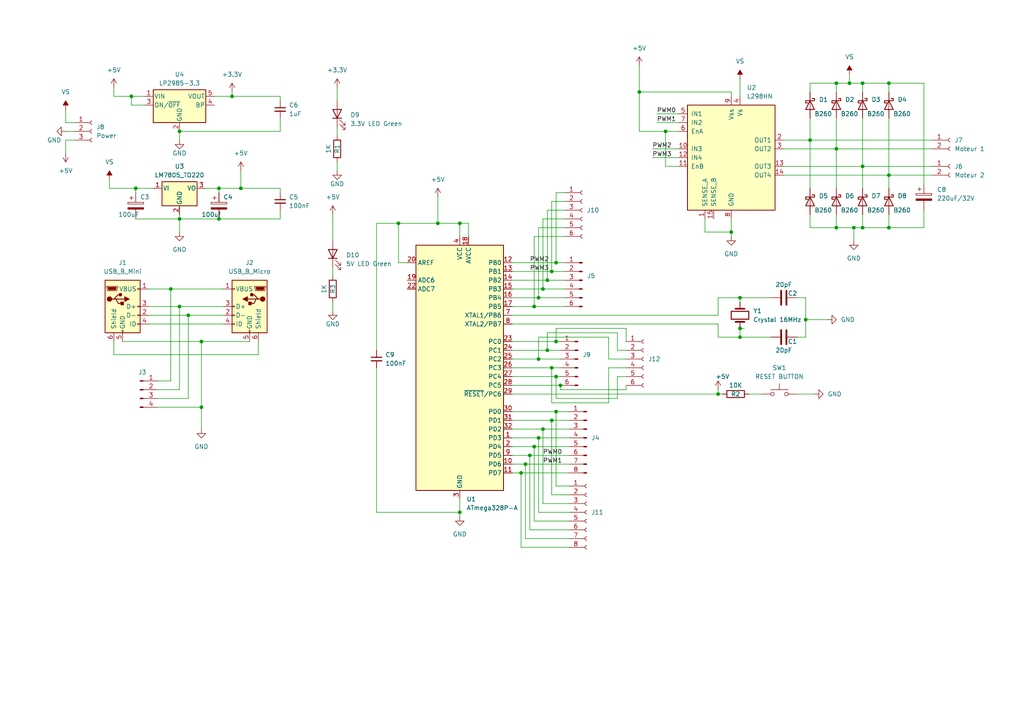
<source format=kicad_sch>
(kicad_sch (version 20230121) (generator eeschema)
  (paper "A4")
  (lib_symbols
    (symbol "Connector:Conn_01x02_Socket" (pin_names (offset 1.016) hide)
      (property "Reference" "J" (at 0 2.54 0))
      (property "Value" "Conn_01x02_Socket" (at 0 -5.08 0))
      (symbol "Conn_01x02_Socket_1_1"
        (pin passive line (at -5.08 0 0) (length 3.81) (name "Pin_1") (number "1"))
        (pin passive line (at -5.08 -2.54 0) (length 3.81) (name "Pin_2") (number "2"))
      )
    )
    (symbol "Connector:Conn_01x03_Socket" (pin_names (offset 1.016) hide)
      (property "Reference" "J" (at 0 5.08 0))
      (property "Value" "Conn_01x03_Socket" (at 0 -5.08 0))
      (symbol "Conn_01x03_Socket_1_1"
        (pin passive line (at -5.08 2.54 0) (length 3.81) (name "Pin_1") (number "1"))
        (pin passive line (at -5.08 0 0) (length 3.81) (name "Pin_2") (number "2"))
        (pin passive line (at -5.08 -2.54 0) (length 3.81) (name "Pin_3") (number "3"))
      )
    )
    (symbol "Connector:Conn_01x04_Pin" (pin_names (offset 1.016) hide)
      (property "Reference" "J" (at 0 5.08 0))
      (property "Value" "Conn_01x04_Pin" (at 0 -7.62 0))
      (symbol "Conn_01x04_Pin_1_1"
        (pin passive line (at 5.08 2.54 180) (length 3.81) (name "Pin_1") (number "1"))
        (pin passive line (at 5.08 0 180) (length 3.81) (name "Pin_2") (number "2"))
        (pin passive line (at 5.08 -2.54 180) (length 3.81) (name "Pin_3") (number "3"))
        (pin passive line (at 5.08 -5.08 180) (length 3.81) (name "Pin_4") (number "4"))
      )
    )
    (symbol "Connector:Conn_01x06_Pin" (pin_names (offset 1.016) hide)
      (property "Reference" "J" (at 0 7.62 0))
      (property "Value" "Conn_01x06_Pin" (at 0 -10.16 0))
      (symbol "Conn_01x06_Pin_1_1"
        (pin passive line (at 5.08 5.08 180) (length 3.81) (name "Pin_1") (number "1"))
        (pin passive line (at 5.08 2.54 180) (length 3.81) (name "Pin_2") (number "2"))
        (pin passive line (at 5.08 0 180) (length 3.81) (name "Pin_3") (number "3"))
        (pin passive line (at 5.08 -2.54 180) (length 3.81) (name "Pin_4") (number "4"))
        (pin passive line (at 5.08 -5.08 180) (length 3.81) (name "Pin_5") (number "5"))
        (pin passive line (at 5.08 -7.62 180) (length 3.81) (name "Pin_6") (number "6"))
      )
    )
    (symbol "Connector:Conn_01x06_Socket" (pin_names (offset 1.016) hide)
      (property "Reference" "J" (at 0 7.62 0))
      (property "Value" "Conn_01x06_Socket" (at 0 -10.16 0))
      (symbol "Conn_01x06_Socket_1_1"
        (pin passive line (at -5.08 5.08 0) (length 3.81) (name "Pin_1") (number "1"))
        (pin passive line (at -5.08 2.54 0) (length 3.81) (name "Pin_2") (number "2"))
        (pin passive line (at -5.08 0 0) (length 3.81) (name "Pin_3") (number "3"))
        (pin passive line (at -5.08 -2.54 0) (length 3.81) (name "Pin_4") (number "4"))
        (pin passive line (at -5.08 -5.08 0) (length 3.81) (name "Pin_5") (number "5"))
        (pin passive line (at -5.08 -7.62 0) (length 3.81) (name "Pin_6") (number "6"))
      )
    )
    (symbol "Connector:Conn_01x08_Pin" (pin_names (offset 1.016) hide)
      (property "Reference" "J" (at 0 10.16 0))
      (property "Value" "Conn_01x08_Pin" (at 0 -12.7 0))
      (symbol "Conn_01x08_Pin_1_1"
        (pin passive line (at 5.08 7.62 180) (length 3.81) (name "Pin_1") (number "1"))
        (pin passive line (at 5.08 5.08 180) (length 3.81) (name "Pin_2") (number "2"))
        (pin passive line (at 5.08 2.54 180) (length 3.81) (name "Pin_3") (number "3"))
        (pin passive line (at 5.08 0 180) (length 3.81) (name "Pin_4") (number "4"))
        (pin passive line (at 5.08 -2.54 180) (length 3.81) (name "Pin_5") (number "5"))
        (pin passive line (at 5.08 -5.08 180) (length 3.81) (name "Pin_6") (number "6"))
        (pin passive line (at 5.08 -7.62 180) (length 3.81) (name "Pin_7") (number "7"))
        (pin passive line (at 5.08 -10.16 180) (length 3.81) (name "Pin_8") (number "8"))
      )
    )
    (symbol "Connector:Conn_01x08_Socket" (pin_names (offset 1.016) hide)
      (property "Reference" "J" (at 0 10.16 0))
      (property "Value" "Conn_01x08_Socket" (at 0 -12.7 0))
      (symbol "Conn_01x08_Socket_1_1"
        (pin passive line (at -5.08 7.62 0) (length 3.81) (name "Pin_1") (number "1"))
        (pin passive line (at -5.08 5.08 0) (length 3.81) (name "Pin_2") (number "2"))
        (pin passive line (at -5.08 2.54 0) (length 3.81) (name "Pin_3") (number "3"))
        (pin passive line (at -5.08 0 0) (length 3.81) (name "Pin_4") (number "4"))
        (pin passive line (at -5.08 -2.54 0) (length 3.81) (name "Pin_5") (number "5"))
        (pin passive line (at -5.08 -5.08 0) (length 3.81) (name "Pin_6") (number "6"))
        (pin passive line (at -5.08 -7.62 0) (length 3.81) (name "Pin_7") (number "7"))
        (pin passive line (at -5.08 -10.16 0) (length 3.81) (name "Pin_8") (number "8"))
      )
    )
    (symbol "Connector:USB_B_Micro" (pin_names (offset 1.016))
      (property "Reference" "J" (at -5.08 11.43 0))
      (property "Value" "USB_B_Micro" (at -5.08 8.89 0))
      (symbol "USB_B_Micro_1_1"
        (pin power_out line (at 7.62 5.08 180) (length 2.54) (name "VBUS") (number "1"))
        (pin bidirectional line (at 7.62 -2.54 180) (length 2.54) (name "D-") (number "2"))
        (pin bidirectional line (at 7.62 0 180) (length 2.54) (name "D+") (number "3"))
        (pin passive line (at 7.62 -5.08 180) (length 2.54) (name "ID") (number "4"))
        (pin power_out line (at 0 -10.16 90) (length 2.54) (name "GND") (number "5"))
        (pin passive line (at -2.54 -10.16 90) (length 2.54) (name "Shield") (number "6"))
      )
    )
    (symbol "Connector:USB_B_Mini" (pin_names (offset 1.016))
      (property "Reference" "J" (at -5.08 11.43 0))
      (property "Value" "USB_B_Mini" (at -5.08 8.89 0))
      (symbol "USB_B_Mini_1_1"
        (pin power_out line (at 7.62 5.08 180) (length 2.54) (name "VBUS") (number "1"))
        (pin bidirectional line (at 7.62 -2.54 180) (length 2.54) (name "D-") (number "2"))
        (pin bidirectional line (at 7.62 0 180) (length 2.54) (name "D+") (number "3"))
        (pin passive line (at 7.62 -5.08 180) (length 2.54) (name "ID") (number "4"))
        (pin power_out line (at 0 -10.16 90) (length 2.54) (name "GND") (number "5"))
        (pin passive line (at -2.54 -10.16 90) (length 2.54) (name "Shield") (number "6"))
      )
    )
    (symbol "Device:C" (pin_numbers hide) (pin_names (offset 0.254))
      (property "Reference" "C" (at 0.635 2.54 0))
      (property "Value" "C" (at 0.635 -2.54 0))
      (symbol "C_1_1"
        (pin passive line (at 0 3.81 270) (length 2.794) (name "~") (number "1"))
        (pin passive line (at 0 -3.81 90) (length 2.794) (name "~") (number "2"))
      )
    )
    (symbol "Device:C_Polarized" (pin_numbers hide) (pin_names (offset 0.254))
      (property "Reference" "C" (at 0.635 2.54 0))
      (property "Value" "C_Polarized" (at 0.635 -2.54 0))
      (symbol "C_Polarized_1_1"
        (pin passive line (at 0 3.81 270) (length 2.794) (name "~") (number "1"))
        (pin passive line (at 0 -3.81 90) (length 2.794) (name "~") (number "2"))
      )
    )
    (symbol "Device:C_Small" (pin_numbers hide) (pin_names (offset 0.254) hide)
      (property "Reference" "C" (at 0.254 1.778 0))
      (property "Value" "C_Small" (at 0.254 -2.032 0))
      (symbol "C_Small_1_1"
        (pin passive line (at 0 2.54 270) (length 2.032) (name "~") (number "1"))
        (pin passive line (at 0 -2.54 90) (length 2.032) (name "~") (number "2"))
      )
    )
    (symbol "Device:Crystal" (pin_numbers hide) (pin_names (offset 1.016) hide)
      (property "Reference" "Y" (at 0 3.81 0))
      (property "Value" "Crystal" (at 0 -3.81 0))
      (symbol "Crystal_1_1"
        (pin passive line (at -3.81 0 0) (length 1.27) (name "1") (number "1"))
        (pin passive line (at 3.81 0 180) (length 1.27) (name "2") (number "2"))
      )
    )
    (symbol "Device:LED" (pin_numbers hide) (pin_names (offset 1.016) hide)
      (property "Reference" "D" (at 0 2.54 0))
      (property "Value" "LED" (at 0 -2.54 0))
      (symbol "LED_1_1"
        (pin passive line (at -3.81 0 0) (length 2.54) (name "K") (number "1"))
        (pin passive line (at 3.81 0 180) (length 2.54) (name "A") (number "2"))
      )
    )
    (symbol "Device:R" (pin_numbers hide) (pin_names (offset 0))
      (property "Reference" "R" (at 2.032 0 90))
      (property "Value" "R" (at 0 0 90))
      (symbol "R_1_1"
        (pin passive line (at 0 3.81 270) (length 1.27) (name "~") (number "1"))
        (pin passive line (at 0 -3.81 90) (length 1.27) (name "~") (number "2"))
      )
    )
    (symbol "Diode:B260" (pin_numbers hide) (pin_names (offset 1.016) hide)
      (property "Reference" "D" (at 0 2.54 0))
      (property "Value" "B260" (at 0 -2.54 0))
      (symbol "B260_1_1"
        (pin passive line (at -3.81 0 0) (length 2.54) (name "K") (number "1"))
        (pin passive line (at 3.81 0 180) (length 2.54) (name "A") (number "2"))
      )
    )
    (symbol "Driver_Motor:L298HN" (pin_names (offset 1.016))
      (property "Reference" "U" (at -10.16 16.51 0))
      (property "Value" "L298HN" (at 12.7 16.51 0))
      (symbol "L298HN_1_1"
        (pin power_in line (at -7.62 -17.78 90) (length 2.54) (name "SENSE_A") (number "1"))
        (pin input line (at -15.24 2.54 0) (length 2.54) (name "IN3") (number "10"))
        (pin input line (at -15.24 -2.54 0) (length 2.54) (name "EnB") (number "11"))
        (pin input line (at -15.24 0 0) (length 2.54) (name "IN4") (number "12"))
        (pin output line (at 15.24 -2.54 180) (length 2.54) (name "OUT3") (number "13"))
        (pin output line (at 15.24 -5.08 180) (length 2.54) (name "OUT4") (number "14"))
        (pin power_in line (at -5.08 -17.78 90) (length 2.54) (name "SENSE_B") (number "15"))
        (pin output line (at 15.24 5.08 180) (length 2.54) (name "OUT1") (number "2"))
        (pin output line (at 15.24 2.54 180) (length 2.54) (name "OUT2") (number "3"))
        (pin power_in line (at 2.54 17.78 270) (length 2.54) (name "Vs") (number "4"))
        (pin input line (at -15.24 12.7 0) (length 2.54) (name "IN1") (number "5"))
        (pin input line (at -15.24 7.62 0) (length 2.54) (name "EnA") (number "6"))
        (pin input line (at -15.24 10.16 0) (length 2.54) (name "IN2") (number "7"))
        (pin power_in line (at 0 -17.78 90) (length 2.54) (name "GND") (number "8"))
        (pin power_in line (at 0 17.78 270) (length 2.54) (name "Vss") (number "9"))
      )
    )
    (symbol "MCU_Microchip_ATmega:ATmega328P-A"
      (property "Reference" "U" (at -12.7 36.83 0))
      (property "Value" "ATmega328P-A" (at 2.54 -36.83 0))
      (symbol "ATmega328P-A_1_1"
        (pin bidirectional line (at 15.24 -20.32 180) (length 2.54) (name "PD3") (number "1"))
        (pin bidirectional line (at 15.24 -27.94 180) (length 2.54) (name "PD6") (number "10"))
        (pin bidirectional line (at 15.24 -30.48 180) (length 2.54) (name "PD7") (number "11"))
        (pin bidirectional line (at 15.24 30.48 180) (length 2.54) (name "PB0") (number "12"))
        (pin bidirectional line (at 15.24 27.94 180) (length 2.54) (name "PB1") (number "13"))
        (pin bidirectional line (at 15.24 25.4 180) (length 2.54) (name "PB2") (number "14"))
        (pin bidirectional line (at 15.24 22.86 180) (length 2.54) (name "PB3") (number "15"))
        (pin bidirectional line (at 15.24 20.32 180) (length 2.54) (name "PB4") (number "16"))
        (pin bidirectional line (at 15.24 17.78 180) (length 2.54) (name "PB5") (number "17"))
        (pin power_in line (at 2.54 38.1 270) (length 2.54) (name "AVCC") (number "18"))
        (pin input line (at -15.24 25.4 0) (length 2.54) (name "ADC6") (number "19"))
        (pin bidirectional line (at 15.24 -22.86 180) (length 2.54) (name "PD4") (number "2"))
        (pin passive line (at -15.24 30.48 0) (length 2.54) (name "AREF") (number "20"))
        (pin passive line (at 0 -38.1 90) (length 2.54) hide (name "GND") (number "21"))
        (pin input line (at -15.24 22.86 0) (length 2.54) (name "ADC7") (number "22"))
        (pin bidirectional line (at 15.24 7.62 180) (length 2.54) (name "PC0") (number "23"))
        (pin bidirectional line (at 15.24 5.08 180) (length 2.54) (name "PC1") (number "24"))
        (pin bidirectional line (at 15.24 2.54 180) (length 2.54) (name "PC2") (number "25"))
        (pin bidirectional line (at 15.24 0 180) (length 2.54) (name "PC3") (number "26"))
        (pin bidirectional line (at 15.24 -2.54 180) (length 2.54) (name "PC4") (number "27"))
        (pin bidirectional line (at 15.24 -5.08 180) (length 2.54) (name "PC5") (number "28"))
        (pin bidirectional line (at 15.24 -7.62 180) (length 2.54) (name "~{RESET}/PC6") (number "29"))
        (pin power_in line (at 0 -38.1 90) (length 2.54) (name "GND") (number "3"))
        (pin bidirectional line (at 15.24 -12.7 180) (length 2.54) (name "PD0") (number "30"))
        (pin bidirectional line (at 15.24 -15.24 180) (length 2.54) (name "PD1") (number "31"))
        (pin bidirectional line (at 15.24 -17.78 180) (length 2.54) (name "PD2") (number "32"))
        (pin power_in line (at 0 38.1 270) (length 2.54) (name "VCC") (number "4"))
        (pin passive line (at 0 -38.1 90) (length 2.54) hide (name "GND") (number "5"))
        (pin passive line (at 0 38.1 270) (length 2.54) hide (name "VCC") (number "6"))
        (pin bidirectional line (at 15.24 15.24 180) (length 2.54) (name "XTAL1/PB6") (number "7"))
        (pin bidirectional line (at 15.24 12.7 180) (length 2.54) (name "XTAL2/PB7") (number "8"))
        (pin bidirectional line (at 15.24 -25.4 180) (length 2.54) (name "PD5") (number "9"))
      )
    )
    (symbol "Regulator_Linear:LM7805_TO220" (pin_names (offset 0.254))
      (property "Reference" "U" (at -3.81 3.175 0))
      (property "Value" "LM7805_TO220" (at 0 3.175 0))
      (symbol "LM7805_TO220_1_1"
        (pin power_in line (at -7.62 0 0) (length 2.54) (name "VI") (number "1"))
        (pin power_in line (at 0 -7.62 90) (length 2.54) (name "GND") (number "2"))
        (pin power_out line (at 7.62 0 180) (length 2.54) (name "VO") (number "3"))
      )
    )
    (symbol "Regulator_Linear:LP2985-3.3" (pin_names (offset 0.254))
      (property "Reference" "U" (at -6.35 5.715 0))
      (property "Value" "LP2985-3.3" (at 0 5.715 0))
      (symbol "LP2985-3.3_1_1"
        (pin power_in line (at -10.16 2.54 0) (length 2.54) (name "VIN") (number "1"))
        (pin power_in line (at 0 -7.62 90) (length 2.54) (name "GND") (number "2"))
        (pin input line (at -10.16 0 0) (length 2.54) (name "ON/~{OFF}") (number "3"))
        (pin input line (at 10.16 0 180) (length 2.54) (name "BP") (number "4"))
        (pin power_out line (at 10.16 2.54 180) (length 2.54) (name "VOUT") (number "5"))
      )
    )
    (symbol "Switch:SW_Push" (pin_numbers hide) (pin_names (offset 1.016) hide)
      (property "Reference" "SW" (at 1.27 2.54 0))
      (property "Value" "SW_Push" (at 0 -1.524 0))
      (symbol "SW_Push_0_1"
        (pin passive line (at -5.08 0 0) (length 2.54) (name "1") (number "1"))
        (pin passive line (at 5.08 0 180) (length 2.54) (name "2") (number "2"))
      )
    )
    (symbol "power:+3.3V" (power) (pin_names (offset 0))
      (property "Value" "+3.3V" (at 0 3.556 0))
      (symbol "+3.3V_1_1"
        (pin power_in line (at 0 0 90) (length 0) hide (name "+3.3V") (number "1"))
      )
    )
    (symbol "power:+5V" (power) (pin_names (offset 0))
      (property "Value" "+5V" (at 0 3.556 0))
      (symbol "+5V_1_1"
        (pin power_in line (at 0 0 90) (length 0) hide (name "+5V") (number "1"))
      )
    )
    (symbol "power:GND" (power) (pin_names (offset 0))
      (property "Value" "GND" (at 0 -3.81 0))
      (symbol "GND_1_1"
        (pin power_in line (at 0 0 270) (length 0) hide (name "GND") (number "1"))
      )
    )
    (symbol "power:VS" (power) (pin_names (offset 0))
      (property "Value" "VS" (at 0 3.81 0))
      (symbol "VS_1_1"
        (pin power_in line (at 0 0 90) (length 0) hide (name "VS") (number "1"))
      )
    )
  )
  (junction (at 214.63 95.25))
  (junction (at 161.29 99.06))
  (junction (at 162.56 111.76))
  (junction (at 58.42 118.11))
  (junction (at 54.61 91.44))
  (junction (at 242.57 43.18))
  (junction (at 234.95 40.64))
  (junction (at 257.81 24.13))
  (junction (at 39.37 54.61))
  (junction (at 161.29 76.2))
  (junction (at 133.35 148.59))
  (junction (at 52.07 38.1))
  (junction (at 69.85 54.61))
  (junction (at 127 64.77))
  (junction (at 157.48 83.82))
  (junction (at 154.94 129.54))
  (junction (at 63.5 54.61))
  (junction (at 242.57 24.13))
  (junction (at 161.29 119.38))
  (junction (at 214.63 86.36))
  (junction (at 161.29 109.22))
  (junction (at 156.21 104.14))
  (junction (at 208.28 114.3))
  (junction (at 151.13 137.16))
  (junction (at 212.09 67.31))
  (junction (at 38.1 27.94))
  (junction (at 153.67 132.08))
  (junction (at 193.04 38.1))
  (junction (at 233.68 92.71))
  (junction (at 185.42 26.67))
  (junction (at 67.31 27.94))
  (junction (at 160.02 121.92))
  (junction (at 257.81 50.8))
  (junction (at 58.42 99.06))
  (junction (at 115.57 64.77))
  (junction (at 257.81 66.04))
  (junction (at 250.19 24.13))
  (junction (at 250.19 66.04))
  (junction (at 160.02 78.74))
  (junction (at 156.21 127))
  (junction (at 52.07 63.5))
  (junction (at 158.75 101.6))
  (junction (at 246.38 24.13))
  (junction (at 160.02 106.68))
  (junction (at 247.65 66.04))
  (junction (at 154.94 88.9))
  (junction (at 242.57 66.04))
  (junction (at 214.63 97.79))
  (junction (at 133.35 64.77))
  (junction (at 63.5 63.5))
  (junction (at 250.19 48.26))
  (junction (at 157.48 124.46))
  (junction (at 152.4 134.62))
  (junction (at 52.07 88.9))
  (junction (at 49.53 83.82))
  (junction (at 158.75 81.28))
  (junction (at 156.21 86.36))
  (wire (pts (xy 165.1 146.05) (xy 157.48 146.05)))
  (wire (pts (xy 97.79 25.4) (xy 97.79 29.21)))
  (wire (pts (xy 161.29 95.25) (xy 161.29 99.06)))
  (wire (pts (xy 231.14 114.3) (xy 236.22 114.3)))
  (wire (pts (xy 179.07 101.6) (xy 179.07 96.52)))
  (wire (pts (xy 179.07 109.22) (xy 179.07 115.57)))
  (wire (pts (xy 193.04 38.1) (xy 196.85 38.1)))
  (wire (pts (xy 156.21 104.14) (xy 162.56 104.14)))
  (wire (pts (xy 127 57.15) (xy 127 64.77)))
  (wire (pts (xy 135.89 68.58) (xy 135.89 64.77)))
  (wire (pts (xy 157.48 83.82) (xy 163.83 83.82)))
  (wire (pts (xy 208.28 86.36) (xy 214.63 86.36)))
  (wire (pts (xy 165.1 151.13) (xy 154.94 151.13)))
  (wire (pts (xy 96.52 62.23) (xy 96.52 69.85)))
  (wire (pts (xy 250.19 66.04) (xy 257.81 66.04)))
  (wire (pts (xy 109.22 64.77) (xy 115.57 64.77)))
  (wire (pts (xy 81.28 34.29) (xy 81.28 38.1)))
  (wire (pts (xy 240.03 92.71) (xy 233.68 92.71)))
  (wire (pts (xy 148.59 83.82) (xy 157.48 83.82)))
  (wire (pts (xy 234.95 34.29) (xy 234.95 40.64)))
  (wire (pts (xy 41.91 30.48) (xy 38.1 30.48)))
  (wire (pts (xy 49.53 110.49) (xy 49.53 83.82)))
  (wire (pts (xy 189.23 43.18) (xy 196.85 43.18)))
  (wire (pts (xy 176.53 104.14) (xy 176.53 97.79)))
  (wire (pts (xy 54.61 115.57) (xy 54.61 91.44)))
  (wire (pts (xy 165.1 140.97) (xy 161.29 140.97)))
  (wire (pts (xy 43.18 88.9) (xy 52.07 88.9)))
  (wire (pts (xy 161.29 109.22) (xy 162.56 109.22)))
  (wire (pts (xy 133.35 64.77) (xy 135.89 64.77)))
  (wire (pts (xy 181.61 99.06) (xy 181.61 95.25)))
  (wire (pts (xy 148.59 134.62) (xy 152.4 134.62)))
  (wire (pts (xy 234.95 24.13) (xy 242.57 24.13)))
  (wire (pts (xy 185.42 26.67) (xy 185.42 38.1)))
  (wire (pts (xy 43.18 83.82) (xy 49.53 83.82)))
  (wire (pts (xy 160.02 121.92) (xy 160.02 143.51)))
  (wire (pts (xy 58.42 124.46) (xy 58.42 118.11)))
  (wire (pts (xy 81.28 55.88) (xy 81.28 54.61)))
  (wire (pts (xy 234.95 66.04) (xy 242.57 66.04)))
  (wire (pts (xy 185.42 19.05) (xy 185.42 26.67)))
  (wire (pts (xy 109.22 101.6) (xy 109.22 64.77)))
  (wire (pts (xy 247.65 66.04) (xy 250.19 66.04)))
  (wire (pts (xy 63.5 54.61) (xy 63.5 55.88)))
  (wire (pts (xy 227.33 48.26) (xy 250.19 48.26)))
  (wire (pts (xy 54.61 91.44) (xy 64.77 91.44)))
  (wire (pts (xy 158.75 96.52) (xy 158.75 101.6)))
  (wire (pts (xy 257.81 50.8) (xy 257.81 54.61)))
  (wire (pts (xy 181.61 109.22) (xy 179.07 109.22)))
  (wire (pts (xy 161.29 119.38) (xy 161.29 140.97)))
  (wire (pts (xy 148.59 78.74) (xy 160.02 78.74)))
  (wire (pts (xy 148.59 137.16) (xy 151.13 137.16)))
  (wire (pts (xy 215.9 95.25) (xy 214.63 95.25)))
  (wire (pts (xy 246.38 24.13) (xy 250.19 24.13)))
  (wire (pts (xy 165.1 158.75) (xy 151.13 158.75)))
  (wire (pts (xy 109.22 148.59) (xy 133.35 148.59)))
  (wire (pts (xy 156.21 97.79) (xy 156.21 104.14)))
  (wire (pts (xy 19.05 40.64) (xy 19.05 44.45)))
  (wire (pts (xy 39.37 54.61) (xy 44.45 54.61)))
  (wire (pts (xy 157.48 63.5) (xy 157.48 83.82)))
  (wire (pts (xy 250.19 24.13) (xy 250.19 26.67)))
  (wire (pts (xy 160.02 106.68) (xy 162.56 106.68)))
  (wire (pts (xy 242.57 24.13) (xy 246.38 24.13)))
  (wire (pts (xy 115.57 64.77) (xy 127 64.77)))
  (wire (pts (xy 250.19 48.26) (xy 250.19 54.61)))
  (wire (pts (xy 69.85 49.53) (xy 69.85 54.61)))
  (wire (pts (xy 67.31 27.94) (xy 62.23 27.94)))
  (wire (pts (xy 148.59 101.6) (xy 158.75 101.6)))
  (wire (pts (xy 151.13 158.75) (xy 151.13 137.16)))
  (wire (pts (xy 148.59 86.36) (xy 156.21 86.36)))
  (wire (pts (xy 181.61 104.14) (xy 176.53 104.14)))
  (wire (pts (xy 31.75 54.61) (xy 39.37 54.61)))
  (wire (pts (xy 39.37 54.61) (xy 39.37 55.88)))
  (wire (pts (xy 133.35 144.78) (xy 133.35 148.59)))
  (wire (pts (xy 58.42 99.06) (xy 72.39 99.06)))
  (wire (pts (xy 19.05 38.1) (xy 21.59 38.1)))
  (wire (pts (xy 257.81 24.13) (xy 267.97 24.13)))
  (wire (pts (xy 81.28 60.96) (xy 81.28 63.5)))
  (wire (pts (xy 148.59 99.06) (xy 161.29 99.06)))
  (wire (pts (xy 208.28 93.98) (xy 148.59 93.98)))
  (wire (pts (xy 133.35 64.77) (xy 133.35 68.58)))
  (wire (pts (xy 247.65 66.04) (xy 247.65 69.85)))
  (wire (pts (xy 217.17 114.3) (xy 220.98 114.3)))
  (wire (pts (xy 250.19 24.13) (xy 257.81 24.13)))
  (wire (pts (xy 33.02 25.4) (xy 33.02 27.94)))
  (wire (pts (xy 250.19 34.29) (xy 250.19 48.26)))
  (wire (pts (xy 154.94 129.54) (xy 165.1 129.54)))
  (wire (pts (xy 148.59 121.92) (xy 160.02 121.92)))
  (wire (pts (xy 52.07 63.5) (xy 52.07 67.31)))
  (wire (pts (xy 39.37 63.5) (xy 52.07 63.5)))
  (wire (pts (xy 156.21 127) (xy 165.1 127)))
  (wire (pts (xy 208.28 114.3) (xy 209.55 114.3)))
  (wire (pts (xy 152.4 134.62) (xy 165.1 134.62)))
  (wire (pts (xy 242.57 62.23) (xy 242.57 66.04)))
  (wire (pts (xy 227.33 40.64) (xy 234.95 40.64)))
  (wire (pts (xy 267.97 66.04) (xy 257.81 66.04)))
  (wire (pts (xy 223.52 86.36) (xy 214.63 86.36)))
  (wire (pts (xy 160.02 121.92) (xy 165.1 121.92)))
  (wire (pts (xy 160.02 78.74) (xy 163.83 78.74)))
  (wire (pts (xy 96.52 77.47) (xy 96.52 80.01)))
  (wire (pts (xy 234.95 26.67) (xy 234.95 24.13)))
  (wire (pts (xy 267.97 60.96) (xy 267.97 66.04)))
  (wire (pts (xy 148.59 114.3) (xy 208.28 114.3)))
  (wire (pts (xy 148.59 81.28) (xy 158.75 81.28)))
  (wire (pts (xy 151.13 137.16) (xy 165.1 137.16)))
  (wire (pts (xy 242.57 43.18) (xy 242.57 54.61)))
  (wire (pts (xy 156.21 86.36) (xy 163.83 86.36)))
  (wire (pts (xy 63.5 54.61) (xy 59.69 54.61)))
  (wire (pts (xy 179.07 96.52) (xy 158.75 96.52)))
  (wire (pts (xy 109.22 106.68) (xy 109.22 148.59)))
  (wire (pts (xy 181.61 101.6) (xy 179.07 101.6)))
  (wire (pts (xy 165.1 156.21) (xy 152.4 156.21)))
  (wire (pts (xy 153.67 153.67) (xy 153.67 132.08)))
  (wire (pts (xy 45.72 115.57) (xy 54.61 115.57)))
  (wire (pts (xy 214.63 22.86) (xy 214.63 27.94)))
  (wire (pts (xy 185.42 26.67) (xy 212.09 26.67)))
  (wire (pts (xy 181.61 95.25) (xy 161.29 95.25)))
  (wire (pts (xy 33.02 99.06) (xy 33.02 102.87)))
  (wire (pts (xy 161.29 109.22) (xy 161.29 115.57)))
  (wire (pts (xy 165.1 143.51) (xy 160.02 143.51)))
  (wire (pts (xy 163.83 55.88) (xy 161.29 55.88)))
  (wire (pts (xy 45.72 110.49) (xy 49.53 110.49)))
  (wire (pts (xy 69.85 54.61) (xy 81.28 54.61)))
  (wire (pts (xy 160.02 106.68) (xy 160.02 116.84)))
  (wire (pts (xy 161.29 99.06) (xy 162.56 99.06)))
  (wire (pts (xy 158.75 101.6) (xy 162.56 101.6)))
  (wire (pts (xy 153.67 132.08) (xy 165.1 132.08)))
  (wire (pts (xy 148.59 111.76) (xy 162.56 111.76)))
  (wire (pts (xy 242.57 43.18) (xy 270.51 43.18)))
  (wire (pts (xy 81.28 38.1) (xy 52.07 38.1)))
  (wire (pts (xy 257.81 34.29) (xy 257.81 50.8)))
  (wire (pts (xy 257.81 24.13) (xy 257.81 26.67)))
  (wire (pts (xy 267.97 53.34) (xy 267.97 24.13)))
  (wire (pts (xy 233.68 86.36) (xy 233.68 92.71)))
  (wire (pts (xy 233.68 92.71) (xy 233.68 97.79)))
  (wire (pts (xy 185.42 38.1) (xy 193.04 38.1)))
  (wire (pts (xy 212.09 63.5) (xy 212.09 67.31)))
  (wire (pts (xy 81.28 29.21) (xy 81.28 27.94)))
  (wire (pts (xy 43.18 93.98) (xy 64.77 93.98)))
  (wire (pts (xy 163.83 63.5) (xy 157.48 63.5)))
  (wire (pts (xy 165.1 153.67) (xy 153.67 153.67)))
  (wire (pts (xy 148.59 76.2) (xy 161.29 76.2)))
  (wire (pts (xy 43.18 91.44) (xy 54.61 91.44)))
  (wire (pts (xy 133.35 148.59) (xy 133.35 149.86)))
  (wire (pts (xy 49.53 83.82) (xy 64.77 83.82)))
  (wire (pts (xy 189.23 45.72) (xy 196.85 45.72)))
  (wire (pts (xy 257.81 50.8) (xy 270.51 50.8)))
  (wire (pts (xy 193.04 48.26) (xy 193.04 38.1)))
  (wire (pts (xy 208.28 113.03) (xy 208.28 114.3)))
  (wire (pts (xy 214.63 97.79) (xy 223.52 97.79)))
  (wire (pts (xy 176.53 106.68) (xy 176.53 116.84)))
  (wire (pts (xy 208.28 97.79) (xy 208.28 93.98)))
  (wire (pts (xy 158.75 60.96) (xy 158.75 81.28)))
  (wire (pts (xy 181.61 111.76) (xy 181.61 113.03)))
  (wire (pts (xy 257.81 66.04) (xy 257.81 62.23)))
  (wire (pts (xy 154.94 68.58) (xy 154.94 88.9)))
  (wire (pts (xy 163.83 66.04) (xy 156.21 66.04)))
  (wire (pts (xy 234.95 40.64) (xy 234.95 54.61)))
  (wire (pts (xy 181.61 113.03) (xy 162.56 113.03)))
  (wire (pts (xy 52.07 113.03) (xy 52.07 88.9)))
  (wire (pts (xy 19.05 35.56) (xy 21.59 35.56)))
  (wire (pts (xy 208.28 91.44) (xy 208.28 86.36)))
  (wire (pts (xy 250.19 48.26) (xy 270.51 48.26)))
  (wire (pts (xy 45.72 113.03) (xy 52.07 113.03)))
  (wire (pts (xy 38.1 27.94) (xy 41.91 27.94)))
  (wire (pts (xy 148.59 127) (xy 156.21 127)))
  (wire (pts (xy 163.83 68.58) (xy 154.94 68.58)))
  (wire (pts (xy 212.09 68.58) (xy 212.09 67.31)))
  (wire (pts (xy 165.1 148.59) (xy 156.21 148.59)))
  (wire (pts (xy 161.29 76.2) (xy 163.83 76.2)))
  (wire (pts (xy 157.48 124.46) (xy 165.1 124.46)))
  (wire (pts (xy 234.95 40.64) (xy 270.51 40.64)))
  (wire (pts (xy 127 64.77) (xy 133.35 64.77)))
  (wire (pts (xy 152.4 156.21) (xy 152.4 134.62)))
  (wire (pts (xy 58.42 118.11) (xy 58.42 99.06)))
  (wire (pts (xy 148.59 91.44) (xy 208.28 91.44)))
  (wire (pts (xy 158.75 81.28) (xy 163.83 81.28)))
  (wire (pts (xy 52.07 88.9) (xy 64.77 88.9)))
  (wire (pts (xy 38.1 30.48) (xy 38.1 27.94)))
  (wire (pts (xy 163.83 58.42) (xy 160.02 58.42)))
  (wire (pts (xy 148.59 106.68) (xy 160.02 106.68)))
  (wire (pts (xy 156.21 66.04) (xy 156.21 86.36)))
  (wire (pts (xy 97.79 46.99) (xy 97.79 49.53)))
  (wire (pts (xy 190.5 35.56) (xy 196.85 35.56)))
  (wire (pts (xy 242.57 66.04) (xy 247.65 66.04)))
  (wire (pts (xy 227.33 43.18) (xy 242.57 43.18)))
  (wire (pts (xy 233.68 86.36) (xy 231.14 86.36)))
  (wire (pts (xy 233.68 97.79) (xy 231.14 97.79)))
  (wire (pts (xy 74.93 102.87) (xy 33.02 102.87)))
  (wire (pts (xy 161.29 55.88) (xy 161.29 76.2)))
  (wire (pts (xy 214.63 86.36) (xy 214.63 87.63)))
  (wire (pts (xy 208.28 97.79) (xy 214.63 97.79)))
  (wire (pts (xy 246.38 21.59) (xy 246.38 24.13)))
  (wire (pts (xy 190.5 33.02) (xy 196.85 33.02)))
  (wire (pts (xy 181.61 106.68) (xy 176.53 106.68)))
  (wire (pts (xy 154.94 151.13) (xy 154.94 129.54)))
  (wire (pts (xy 212.09 27.94) (xy 212.09 26.67)))
  (wire (pts (xy 115.57 76.2) (xy 118.11 76.2)))
  (wire (pts (xy 67.31 26.67) (xy 67.31 27.94)))
  (wire (pts (xy 161.29 119.38) (xy 165.1 119.38)))
  (wire (pts (xy 52.07 38.1) (xy 52.07 40.64)))
  (wire (pts (xy 242.57 34.29) (xy 242.57 43.18)))
  (wire (pts (xy 176.53 116.84) (xy 160.02 116.84)))
  (wire (pts (xy 204.47 67.31) (xy 212.09 67.31)))
  (wire (pts (xy 52.07 62.23) (xy 52.07 63.5)))
  (wire (pts (xy 154.94 88.9) (xy 163.83 88.9)))
  (wire (pts (xy 163.83 60.96) (xy 158.75 60.96)))
  (wire (pts (xy 176.53 97.79) (xy 156.21 97.79)))
  (wire (pts (xy 234.95 62.23) (xy 234.95 66.04)))
  (wire (pts (xy 250.19 62.23) (xy 250.19 66.04)))
  (wire (pts (xy 33.02 27.94) (xy 38.1 27.94)))
  (wire (pts (xy 148.59 129.54) (xy 154.94 129.54)))
  (wire (pts (xy 148.59 132.08) (xy 153.67 132.08)))
  (wire (pts (xy 148.59 119.38) (xy 161.29 119.38)))
  (wire (pts (xy 115.57 76.2) (xy 115.57 64.77)))
  (wire (pts (xy 242.57 24.13) (xy 242.57 26.67)))
  (wire (pts (xy 148.59 88.9) (xy 154.94 88.9)))
  (wire (pts (xy 45.72 118.11) (xy 58.42 118.11)))
  (wire (pts (xy 214.63 97.79) (xy 214.63 95.25)))
  (wire (pts (xy 160.02 58.42) (xy 160.02 78.74)))
  (wire (pts (xy 162.56 111.76) (xy 162.56 113.03)))
  (wire (pts (xy 81.28 27.94) (xy 67.31 27.94)))
  (wire (pts (xy 148.59 104.14) (xy 156.21 104.14)))
  (wire (pts (xy 19.05 31.75) (xy 19.05 35.56)))
  (wire (pts (xy 227.33 50.8) (xy 257.81 50.8)))
  (wire (pts (xy 148.59 124.46) (xy 157.48 124.46)))
  (wire (pts (xy 96.52 87.63) (xy 96.52 90.17)))
  (wire (pts (xy 204.47 63.5) (xy 204.47 67.31)))
  (wire (pts (xy 52.07 63.5) (xy 63.5 63.5)))
  (wire (pts (xy 63.5 63.5) (xy 81.28 63.5)))
  (wire (pts (xy 156.21 148.59) (xy 156.21 127)))
  (wire (pts (xy 35.56 99.06) (xy 58.42 99.06)))
  (wire (pts (xy 97.79 36.83) (xy 97.79 39.37)))
  (wire (pts (xy 31.75 52.07) (xy 31.75 54.61)))
  (wire (pts (xy 74.93 99.06) (xy 74.93 102.87)))
  (wire (pts (xy 69.85 54.61) (xy 63.5 54.61)))
  (wire (pts (xy 21.59 40.64) (xy 19.05 40.64)))
  (wire (pts (xy 157.48 146.05) (xy 157.48 124.46)))
  (wire (pts (xy 148.59 109.22) (xy 161.29 109.22)))
  (wire (pts (xy 179.07 115.57) (xy 161.29 115.57)))
  (wire (pts (xy 196.85 48.26) (xy 193.04 48.26)))
  (label "PWM1" (at 157.48 134.62 0))
  (label "PWM0" (at 190.5 33.02 0))
  (label "PWM3" (at 153.67 78.74 0))
  (label "PWM2" (at 189.23 43.18 0))
  (label "PWM1" (at 190.5 35.56 0))
  (label "PWM3" (at 189.23 45.72 0))
  (label "PWM2" (at 153.67 76.2 0))
  (label "PWM0" (at 157.48 132.08 0))
  (symbol (lib_id "power:+5V") (at 127 57.15 0) (unit 1)
    (property "Reference" "#PWR011" (effects hide))
    (property "Value" "+5V" (at 127 52.07 0))
  )
  (symbol (lib_id "power:+3.3V") (at 97.79 25.4 0) (unit 1)
    (property "Reference" "#PWR021" (effects hide))
    (property "Value" "+3.3V" (at 97.79 20.32 0))
  )
  (symbol (lib_id "power:GND") (at 247.65 69.85 0) (unit 1)
    (property "Reference" "#PWR017" (effects hide))
    (property "Value" "GND" (at 247.65 74.93 0))
  )
  (symbol (lib_id "Device:C_Polarized") (at 267.97 57.15 0) (unit 1)
    (property "Reference" "C8" (at 271.78 54.991 0) (effects (justify left)))
    (property "Value" "220uF/32V" (at 271.78 57.531 0) (effects (justify left)))
    (property "Footprint" "Capacitor_THT:CP_Radial_D8.0mm_P3.50mm" (effects hide))
  )
  (symbol (lib_id "Connector:USB_B_Micro") (at 72.39 88.9 0) (mirror y) (unit 1)
    (property "Reference" "J2" (at 72.39 76.2 0))
    (property "Value" "USB_B_Micro" (at 72.39 78.74 0))
    (property "Footprint" "Connector_USB:USB_Micro-B_Molex-105017-0001" (effects hide))
  )
  (symbol (lib_id "Diode:B260") (at 250.19 58.42 270) (unit 1)
    (property "Reference" "D7" (at 252.73 56.8325 90) (effects (justify left)))
    (property "Value" "B260" (at 251.46 60.96 90) (effects (justify left)))
    (property "Footprint" "Diode_SMD:D_SMB" (effects hide))
    (property "Datasheet" "http://www.jameco.com/Jameco/Products/ProdDS/1538777.pdf" (effects hide))
  )
  (symbol (lib_id "power:GND") (at 133.35 149.86 0) (unit 1)
    (property "Reference" "#PWR012" (effects hide))
    (property "Value" "GND" (at 133.35 154.94 0))
  )
  (symbol (lib_id "Device:C_Polarized") (at 39.37 59.69 0) (unit 1)
    (property "Reference" "C3" (at 40.64 57.15 0) (effects (justify left)))
    (property "Value" "100uF" (at 34.29 62.23 0) (effects (justify left)))
    (property "Footprint" "Capacitor_THT:CP_Radial_D8.0mm_P3.50mm" (effects hide))
  )
  (symbol (lib_id "power:GND") (at 97.79 49.53 0) (unit 1)
    (property "Reference" "#PWR022" (effects hide))
    (property "Value" "GND" (at 97.79 53.34 0))
  )
  (symbol (lib_id "Diode:B260") (at 257.81 30.48 270) (unit 1)
    (property "Reference" "D4" (at 260.35 28.8925 90) (effects (justify left)))
    (property "Value" "B260" (at 259.08 33.02 90) (effects (justify left)))
    (property "Footprint" "Diode_SMD:D_SMB" (effects hide))
    (property "Datasheet" "http://www.jameco.com/Jameco/Products/ProdDS/1538777.pdf" (effects hide))
  )
  (symbol (lib_id "power:GND") (at 58.42 124.46 0) (unit 1)
    (property "Reference" "#PWR010" (effects hide))
    (property "Value" "GND" (at 58.42 129.54 0))
  )
  (symbol (lib_id "Device:C_Small") (at 81.28 58.42 0) (unit 1)
    (property "Reference" "C5" (at 83.82 57.1563 0) (effects (justify left)))
    (property "Value" "100nF" (at 83.82 59.6963 0) (effects (justify left)))
    (property "Footprint" "Capacitor_SMD:C_0805_2012Metric_Pad1.18x1.45mm_HandSolder" (effects hide))
  )
  (symbol (lib_id "Connector:Conn_01x08_Socket") (at 170.18 148.59 0) (unit 1)
    (property "Reference" "J11" (at 171.45 148.59 0) (effects (justify left)))
    (property "Value" "Conn_01x08_Socket" (effects hide))
    (property "Footprint" "Connector_PinHeader_2.54mm:PinHeader_1x08_P2.54mm_Vertical" (effects hide))
  )
  (symbol (lib_id "Connector:Conn_01x06_Pin") (at 168.91 81.28 0) (mirror y) (unit 1)
    (property "Reference" "J5" (at 171.45 80.01 0))
    (property "Value" "Conn_01x06_Pin" (effects hide))
    (property "Footprint" "Connector_PinSocket_2.54mm:PinSocket_1x06_P2.54mm_Vertical" (effects hide))
  )
  (symbol (lib_id "Connector:Conn_01x02_Socket") (at 275.59 40.64 0) (unit 1)
    (property "Reference" "J7" (at 276.86 40.64 0) (effects (justify left)))
    (property "Value" "Moteur 1" (at 276.86 43.18 0) (effects (justify left)))
    (property "Footprint" "TerminalBlock:TerminalBlock_Altech_AK300-2_P5.00mm" (effects hide))
  )
  (symbol (lib_id "Connector:Conn_01x06_Socket") (at 168.91 60.96 0) (unit 1)
    (property "Reference" "J10" (at 170.18 60.96 0) (effects (justify left)))
    (property "Value" "Conn_01x06_Socket" (effects hide))
    (property "Footprint" "Connector_PinHeader_2.54mm:PinHeader_1x06_P2.54mm_Vertical" (effects hide))
  )
  (symbol (lib_id "power:VS") (at 246.38 21.59 0) (unit 1)
    (property "Reference" "#PWR016" (effects hide))
    (property "Value" "VS" (at 246.38 16.51 0))
  )
  (symbol (lib_id "Diode:B260") (at 250.19 30.48 270) (unit 1)
    (property "Reference" "D3" (at 252.73 28.8925 90) (effects (justify left)))
    (property "Value" "B260" (at 251.46 33.02 90) (effects (justify left)))
    (property "Footprint" "Diode_SMD:D_SMB" (effects hide))
    (property "Datasheet" "http://www.jameco.com/Jameco/Products/ProdDS/1538777.pdf" (effects hide))
  )
  (symbol (lib_id "power:+5V") (at 185.42 19.05 0) (unit 1)
    (property "Reference" "#PWR015" (effects hide))
    (property "Value" "+5V" (at 185.42 13.97 0))
  )
  (symbol (lib_id "power:+5V") (at 96.52 62.23 0) (unit 1)
    (property "Reference" "#PWR023" (effects hide))
    (property "Value" "+5V" (at 96.52 57.15 0))
  )
  (symbol (lib_id "power:GND") (at 52.07 67.31 0) (unit 1)
    (property "Reference" "#PWR04" (effects hide))
    (property "Value" "GND" (at 52.07 72.39 0))
  )
  (symbol (lib_id "Device:C_Small") (at 109.22 104.14 0) (unit 1)
    (property "Reference" "C9" (at 111.76 102.8763 0) (effects (justify left)))
    (property "Value" "100nF" (at 111.76 105.4163 0) (effects (justify left)))
    (property "Footprint" "Capacitor_SMD:C_0805_2012Metric_Pad1.18x1.45mm_HandSolder" (effects hide))
  )
  (symbol (lib_id "Diode:B260") (at 234.95 30.48 270) (unit 1)
    (property "Reference" "D1" (at 237.49 28.8925 90) (effects (justify left)))
    (property "Value" "B260" (at 236.22 33.02 90) (effects (justify left)))
    (property "Footprint" "Diode_SMD:D_SMB" (effects hide))
    (property "Datasheet" "http://www.jameco.com/Jameco/Products/ProdDS/1538777.pdf" (effects hide))
  )
  (symbol (lib_id "power:+5V") (at 19.05 44.45 180) (unit 1)
    (property "Reference" "#PWR018" (effects hide))
    (property "Value" "+5V" (at 19.05 49.53 0))
  )
  (symbol (lib_id "Device:C_Small") (at 81.28 31.75 0) (unit 1)
    (property "Reference" "C6" (at 83.82 30.4863 0) (effects (justify left)))
    (property "Value" "1uF" (at 83.82 33.0263 0) (effects (justify left)))
    (property "Footprint" "Capacitor_SMD:C_0805_2012Metric_Pad1.18x1.45mm_HandSolder" (effects hide))
  )
  (symbol (lib_id "Connector:Conn_01x08_Pin") (at 170.18 127 0) (mirror y) (unit 1)
    (property "Reference" "J4" (at 172.72 127 0))
    (property "Value" "Conn_01x08_Pin" (effects hide))
    (property "Footprint" "Connector_PinSocket_2.54mm:PinSocket_1x08_P2.54mm_Vertical" (effects hide))
  )
  (symbol (lib_id "Device:LED") (at 96.52 73.66 90) (unit 1)
    (property "Reference" "D10" (at 100.33 73.9775 90) (effects (justify right)))
    (property "Value" "5V LED Green" (at 100.33 76.5175 90) (effects (justify right)))
    (property "Footprint" "LED_SMD:LED_0805_2012Metric_Pad1.15x1.40mm_HandSolder" (effects hide))
  )
  (symbol (lib_id "power:GND") (at 96.52 90.17 0) (unit 1)
    (property "Reference" "#PWR024" (effects hide))
    (property "Value" "GND" (at 96.52 93.98 0))
  )
  (symbol (lib_id "Connector:USB_B_Mini") (at 35.56 88.9 0) (unit 1)
    (property "Reference" "J1" (at 35.56 76.2 0))
    (property "Value" "USB_B_Mini" (at 35.56 78.74 0))
    (property "Footprint" "Connector_USB:USB_Mini-B_Lumberg_2486_01_Horizontal" (effects hide))
  )
  (symbol (lib_id "Connector:Conn_01x06_Socket") (at 186.69 104.14 0) (unit 1)
    (property "Reference" "J12" (at 187.96 104.14 0) (effects (justify left)))
    (property "Value" "Conn_01x06_Socket" (effects hide))
    (property "Footprint" "Connector_PinHeader_2.54mm:PinHeader_1x06_P2.54mm_Vertical" (effects hide))
  )
  (symbol (lib_id "power:+3.3V") (at 67.31 26.67 0) (unit 1)
    (property "Reference" "#PWR06" (effects hide))
    (property "Value" "+3.3V" (at 67.31 21.59 0))
  )
  (symbol (lib_id "Driver_Motor:L298HN") (at 212.09 45.72 0) (unit 1)
    (property "Reference" "U2" (at 216.5859 25.4 0) (effects (justify left)))
    (property "Value" "L298HN" (at 216.5859 27.94 0) (effects (justify left)))
    (property "Footprint" "Package_TO_SOT_THT:TO-220-15_P2.54x2.54mm_StaggerOdd_Lead5.84mm_TabDown" (effects hide))
    (property "Datasheet" "http://www.st.com/st-web-ui/static/active/en/resource/technical/document/datasheet/CD00000240.pdf" (effects hide))
  )
  (symbol (lib_id "power:GND") (at 240.03 92.71 90) (unit 1)
    (property "Reference" "#PWR01" (effects hide))
    (property "Value" "GND" (at 243.84 92.71 90) (effects (justify right)))
  )
  (symbol (lib_id "Device:C") (at 227.33 97.79 270) (unit 1)
    (property "Reference" "C1" (at 229.87 99.06 90))
    (property "Value" "20pF" (at 227.33 101.6 90))
    (property "Footprint" "Capacitor_SMD:C_0805_2012Metric_Pad1.18x1.45mm_HandSolder" (effects hide))
  )
  (symbol (lib_id "power:GND") (at 212.09 68.58 0) (unit 1)
    (property "Reference" "#PWR013" (effects hide))
    (property "Value" "GND" (at 212.09 73.66 0))
  )
  (symbol (lib_id "Diode:B260") (at 234.95 58.42 270) (unit 1)
    (property "Reference" "D5" (at 237.49 56.8325 90) (effects (justify left)))
    (property "Value" "B260" (at 236.22 60.96 90) (effects (justify left)))
    (property "Footprint" "Diode_SMD:D_SMB" (effects hide))
    (property "Datasheet" "http://www.jameco.com/Jameco/Products/ProdDS/1538777.pdf" (effects hide))
  )
  (symbol (lib_id "Connector:Conn_01x03_Socket") (at 26.67 38.1 0) (unit 1)
    (property "Reference" "J8" (at 27.94 36.83 0) (effects (justify left)))
    (property "Value" "Power" (at 27.94 39.37 0) (effects (justify left)))
    (property "Footprint" "TerminalBlock:TerminalBlock_Altech_AK300-3_P5.00mm" (effects hide))
  )
  (symbol (lib_id "Device:R") (at 97.79 43.18 180) (unit 1)
    (property "Reference" "R1" (at 97.79 43.18 90))
    (property "Value" "1K" (at 95.25 43.18 90))
    (property "Footprint" "Resistor_SMD:R_0805_2012Metric_Pad1.20x1.40mm_HandSolder" (effects hide))
  )
  (symbol (lib_id "Connector:Conn_01x04_Pin") (at 40.64 113.03 0) (unit 1)
    (property "Reference" "J3" (at 41.275 107.95 0))
    (property "Value" "Conn_01x04_Pin" (effects hide))
    (property "Footprint" "Connector_PinSocket_2.54mm:PinSocket_1x04_P2.54mm_Vertical" (effects hide))
  )
  (symbol (lib_id "Device:Crystal") (at 214.63 91.44 90) (unit 1)
    (property "Reference" "Y1" (at 218.44 90.17 90) (effects (justify right)))
    (property "Value" "Crystal 16MHz" (at 218.44 92.71 90) (effects (justify right)))
    (property "Footprint" "Crystal:Crystal_HC49-U_Vertical" (effects hide))
  )
  (symbol (lib_id "Diode:B260") (at 242.57 58.42 270) (unit 1)
    (property "Reference" "D6" (at 245.11 56.8325 90) (effects (justify left)))
    (property "Value" "B260" (at 243.84 60.96 90) (effects (justify left)))
    (property "Footprint" "Diode_SMD:D_SMB" (effects hide))
    (property "Datasheet" "http://www.jameco.com/Jameco/Products/ProdDS/1538777.pdf" (effects hide))
  )
  (symbol (lib_id "power:+5V") (at 69.85 49.53 0) (unit 1)
    (property "Reference" "#PWR02" (effects hide))
    (property "Value" "+5V" (at 69.85 44.45 0))
  )
  (symbol (lib_id "Device:LED") (at 97.79 33.02 90) (unit 1)
    (property "Reference" "D9" (at 101.6 33.3375 90) (effects (justify right)))
    (property "Value" "3.3V LED Green" (at 101.6 35.8775 90) (effects (justify right)))
    (property "Footprint" "LED_SMD:LED_0805_2012Metric_Pad1.15x1.40mm_HandSolder" (effects hide))
  )
  (symbol (lib_id "power:VS") (at 214.63 22.86 0) (unit 1)
    (property "Reference" "#PWR014" (effects hide))
    (property "Value" "VS" (at 214.63 17.78 0))
  )
  (symbol (lib_id "Device:C_Polarized") (at 63.5 59.69 0) (unit 1)
    (property "Reference" "C4" (at 64.77 57.15 0) (effects (justify left)))
    (property "Value" "100uf" (at 58.42 62.23 0) (effects (justify left)))
    (property "Footprint" "Capacitor_THT:CP_Radial_D8.0mm_P3.50mm" (effects hide))
  )
  (symbol (lib_id "Connector:Conn_01x06_Pin") (at 167.64 104.14 0) (mirror y) (unit 1)
    (property "Reference" "J9" (at 170.18 102.87 0))
    (property "Value" "Conn_01x06_Pin" (effects hide))
    (property "Footprint" "Connector_PinSocket_2.54mm:PinSocket_1x06_P2.54mm_Vertical" (effects hide))
  )
  (symbol (lib_id "Diode:B260") (at 242.57 30.48 270) (unit 1)
    (property "Reference" "D2" (at 245.11 28.8925 90) (effects (justify left)))
    (property "Value" "B260" (at 243.84 33.02 90) (effects (justify left)))
    (property "Footprint" "Diode_SMD:D_SMB" (effects hide))
    (property "Datasheet" "http://www.jameco.com/Jameco/Products/ProdDS/1538777.pdf" (effects hide))
  )
  (symbol (lib_id "power:+5V") (at 208.28 113.03 0) (unit 1)
    (property "Reference" "#PWR07" (effects hide))
    (property "Value" "+5V" (at 209.55 109.22 0))
  )
  (symbol (lib_id "power:+5V") (at 33.02 25.4 0) (unit 1)
    (property "Reference" "#PWR03" (effects hide))
    (property "Value" "+5V" (at 33.02 20.32 0))
  )
  (symbol (lib_id "Switch:SW_Push") (at 226.06 114.3 0) (unit 1)
    (property "Reference" "SW1" (at 226.06 106.68 0))
    (property "Value" "RESET BUTTON" (at 226.06 109.22 0))
    (property "Footprint" "Button_Switch_SMD:SW_Push_1P1T_NO_6x6mm_H9.5mm" (effects hide))
  )
  (symbol (lib_id "Device:R") (at 213.36 114.3 90) (unit 1)
    (property "Reference" "R2" (at 213.36 114.3 90))
    (property "Value" "10K" (at 213.36 111.76 90))
    (property "Footprint" "Resistor_SMD:R_0805_2012Metric_Pad1.20x1.40mm_HandSolder" (effects hide))
  )
  (symbol (lib_id "Regulator_Linear:LM7805_TO220") (at 52.07 54.61 0) (unit 1)
    (property "Reference" "U3" (at 52.07 48.26 0))
    (property "Value" "LM7805_TO220" (at 52.07 50.8 0))
    (property "Footprint" "Package_TO_SOT_THT:TO-220-3_Vertical" (effects hide))
    (property "Datasheet" "https://www.onsemi.cn/PowerSolutions/document/MC7800-D.PDF" (effects hide))
  )
  (symbol (lib_id "power:GND") (at 52.07 40.64 0) (unit 1)
    (property "Reference" "#PWR05" (effects hide))
    (property "Value" "GND" (at 52.07 44.45 0))
  )
  (symbol (lib_id "power:VS") (at 31.75 52.07 0) (unit 1)
    (property "Reference" "#PWR09" (effects hide))
    (property "Value" "VS" (at 31.75 46.99 0))
  )
  (symbol (lib_id "power:GND") (at 19.05 38.1 270) (unit 1)
    (property "Reference" "#PWR019" (effects hide))
    (property "Value" "GND" (at 17.78 40.64 90) (effects (justify right)))
  )
  (symbol (lib_id "Regulator_Linear:LP2985-3.3") (at 52.07 30.48 0) (unit 1)
    (property "Reference" "U4" (at 52.07 21.59 0))
    (property "Value" "LP2985-3.3" (at 52.07 24.13 0))
    (property "Footprint" "Package_TO_SOT_SMD:SOT-23-5" (effects hide))
    (property "Datasheet" "http://www.ti.com/lit/ds/symlink/lp2985.pdf" (effects hide))
  )
  (symbol (lib_id "MCU_Microchip_ATmega:ATmega328P-A") (at 133.35 106.68 0) (unit 1)
    (property "Reference" "U1" (at 135.3059 144.78 0) (effects (justify left)))
    (property "Value" "ATmega328P-A" (at 135.3059 147.32 0) (effects (justify left)))
    (property "Footprint" "Package_QFP:TQFP-32_7x7mm_P0.8mm" (effects hide))
    (property "Datasheet" "http://ww1.microchip.com/downloads/en/DeviceDoc/ATmega328_P%20AVR%20MCU%20with%20picoPower%20Technology%20Data%20Sheet%2040001984A.pdf" (effects hide))
  )
  (symbol (lib_id "power:VS") (at 19.05 31.75 0) (unit 1)
    (property "Reference" "#PWR020" (effects hide))
    (property "Value" "VS" (at 19.05 26.67 0))
  )
  (symbol (lib_id "Device:R") (at 96.52 83.82 180) (unit 1)
    (property "Reference" "R3" (at 96.52 83.82 90))
    (property "Value" "1K" (at 93.98 83.82 90))
    (property "Footprint" "Resistor_SMD:R_0805_2012Metric_Pad1.20x1.40mm_HandSolder" (effects hide))
  )
  (symbol (lib_id "Connector:Conn_01x02_Socket") (at 275.59 48.26 0) (unit 1)
    (property "Reference" "J6" (at 276.86 48.26 0) (effects (justify left)))
    (property "Value" "Moteur 2" (at 276.86 50.8 0) (effects (justify left)))
    (property "Footprint" "TerminalBlock:TerminalBlock_Altech_AK300-2_P5.00mm" (effects hide))
  )
  (symbol (lib_id "power:GND") (at 236.22 114.3 90) (unit 1)
    (property "Reference" "#PWR08" (effects hide))
    (property "Value" "GND" (at 240.03 114.3 90) (effects (justify right)))
  )
  (symbol (lib_id "Diode:B260") (at 257.81 58.42 270) (unit 1)
    (property "Reference" "D8" (at 260.35 56.8325 90) (effects (justify left)))
    (property "Value" "B260" (at 259.08 60.96 90) (effects (justify left)))
    (property "Footprint" "Diode_SMD:D_SMB" (effects hide))
    (property "Datasheet" "http://www.jameco.com/Jameco/Products/ProdDS/1538777.pdf" (effects hide))
  )
  (symbol (lib_id "Device:C") (at 227.33 86.36 90) (unit 1)
    (property "Reference" "C2" (at 229.87 85.09 90))
    (property "Value" "20pF" (at 227.33 82.55 90))
    (property "Footprint" "Capacitor_SMD:C_0805_2012Metric_Pad1.18x1.45mm_HandSolder" (effects hide))
  )
)
</source>
